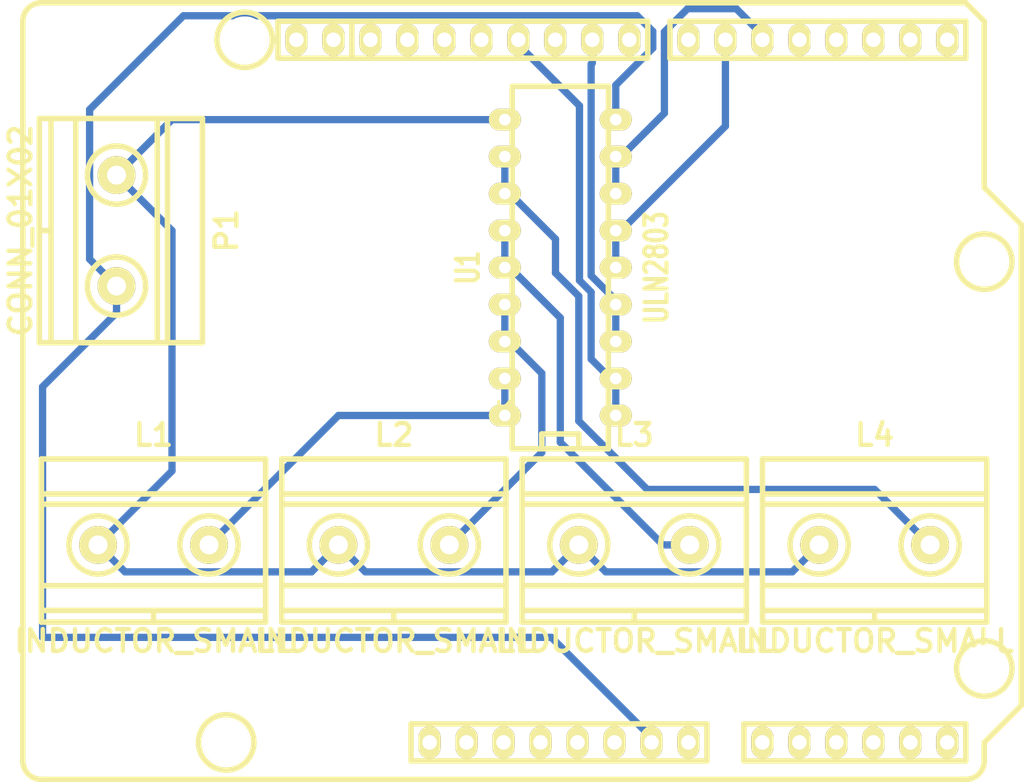
<source format=kicad_pcb>
(kicad_pcb (version 4) (host pcbnew 0.201505021002+5636~23~ubuntu14.04.1-product)

  (general
    (links 23)
    (no_connects 0)
    (area 107.620001 77.843099 184.551601 132.164101)
    (thickness 1.6)
    (drawings 0)
    (tracks 82)
    (zones 0)
    (modules 7)
    (nets 11)
  )

  (page A4)
  (layers
    (0 F.Cu signal)
    (31 B.Cu signal)
    (32 B.Adhes user)
    (33 F.Adhes user)
    (34 B.Paste user)
    (35 F.Paste user)
    (36 B.SilkS user)
    (37 F.SilkS user)
    (38 B.Mask user)
    (39 F.Mask user)
    (40 Dwgs.User user)
    (41 Cmts.User user)
    (42 Eco1.User user)
    (43 Eco2.User user)
    (44 Edge.Cuts user)
    (45 Margin user)
    (46 B.CrtYd user)
    (47 F.CrtYd user)
    (48 B.Fab user)
    (49 F.Fab user)
  )

  (setup
    (last_trace_width 0.5)
    (trace_clearance 0.3)
    (zone_clearance 0.508)
    (zone_45_only no)
    (trace_min 0.2)
    (segment_width 0.2)
    (edge_width 0.1)
    (via_size 1.2)
    (via_drill 0.8)
    (via_min_size 0.4)
    (via_min_drill 0.3)
    (uvia_size 1.2)
    (uvia_drill 0.8)
    (uvias_allowed no)
    (uvia_min_size 0.2)
    (uvia_min_drill 0.1)
    (pcb_text_width 0.3)
    (pcb_text_size 1.5 1.5)
    (mod_edge_width 0.15)
    (mod_text_size 1 1)
    (mod_text_width 0.15)
    (pad_size 2 2)
    (pad_drill 2)
    (pad_to_mask_clearance 0)
    (aux_axis_origin 0 0)
    (visible_elements 7FFFFFFF)
    (pcbplotparams
      (layerselection 0x00030_80000001)
      (usegerberextensions false)
      (excludeedgelayer true)
      (linewidth 0.100000)
      (plotframeref false)
      (viasonmask false)
      (mode 1)
      (useauxorigin false)
      (hpglpennumber 1)
      (hpglpenspeed 20)
      (hpglpendiameter 15)
      (hpglpenoverlay 2)
      (psnegative false)
      (psa4output false)
      (plotreference true)
      (plotvalue true)
      (plotinvisibletext false)
      (padsonsilk false)
      (subtractmaskfromsilk false)
      (outputformat 1)
      (mirror false)
      (drillshape 1)
      (scaleselection 1)
      (outputdirectory ""))
  )

  (net 0 "")
  (net 1 GND)
  (net 2 "Net-(J1-Pad20)")
  (net 3 "Net-(J1-Pad21)")
  (net 4 "Net-(J1-Pad24)")
  (net 5 "Net-(J1-Pad26)")
  (net 6 VCC)
  (net 7 "Net-(L1-Pad2)")
  (net 8 "Net-(L2-Pad2)")
  (net 9 "Net-(L3-Pad2)")
  (net 10 "Net-(L4-Pad2)")

  (net_class Default "Questo è il gruppo di collegamenti predefinito"
    (clearance 0.3)
    (trace_width 0.5)
    (via_dia 1.2)
    (via_drill 0.8)
    (uvia_dia 1.2)
    (uvia_drill 0.8)
    (add_net GND)
    (add_net "Net-(J1-Pad20)")
    (add_net "Net-(J1-Pad21)")
    (add_net "Net-(J1-Pad24)")
    (add_net "Net-(J1-Pad26)")
    (add_net "Net-(L1-Pad2)")
    (add_net "Net-(L2-Pad2)")
    (add_net "Net-(L3-Pad2)")
    (add_net "Net-(L4-Pad2)")
    (add_net VCC)
  )

  (module w_conn_misc:arduino_header (layer F.Cu) (tedit 0) (tstamp 55468DEF)
    (at 148.5011 105.0036)
    (descr "Arduino Header")
    (tags Arduino)
    (path /554689D2)
    (fp_text reference J1 (at 0 1.27) (layer F.SilkS)
      (effects (font (size 1.016 1.016) (thickness 0.2032)))
    )
    (fp_text value Arduino_Header (at 0 -1.27) (layer F.SilkS) hide
      (effects (font (size 1.016 0.889) (thickness 0.2032)))
    )
    (fp_line (start 31.75 -26.67) (end -31.75 -26.67) (layer F.SilkS) (width 0.381))
    (fp_line (start -31.75 26.67) (end 31.75 26.67) (layer F.SilkS) (width 0.381))
    (fp_line (start 35.56 21.59) (end 35.56 -11.43) (layer F.SilkS) (width 0.381))
    (fp_line (start 35.56 21.59) (end 33.02 24.13) (layer F.SilkS) (width 0.381))
    (fp_line (start 33.02 24.13) (end 33.02 25.4) (layer F.SilkS) (width 0.381))
    (fp_line (start 31.75 25.4) (end 16.51 25.4) (layer F.SilkS) (width 0.381))
    (fp_line (start 16.51 22.86) (end 31.75 22.86) (layer F.SilkS) (width 0.381))
    (fp_line (start 33.02 -25.4) (end 33.02 -13.97) (layer F.SilkS) (width 0.381))
    (fp_line (start 33.02 -13.97) (end 35.56 -11.43) (layer F.SilkS) (width 0.381))
    (fp_line (start 31.75 -26.67) (end 33.02 -25.4) (layer F.SilkS) (width 0.381))
    (fp_arc (start -31.75 -25.4) (end -33.02 -25.4) (angle 90) (layer F.SilkS) (width 0.381))
    (fp_line (start -33.02 25.4) (end -33.02 -25.4) (layer F.SilkS) (width 0.381))
    (fp_arc (start -31.75 25.4) (end -31.75 26.67) (angle 90) (layer F.SilkS) (width 0.381))
    (fp_arc (start 31.75 25.4) (end 33.02 25.4) (angle 90) (layer F.SilkS) (width 0.381))
    (fp_line (start -10.414 -25.4) (end -15.494 -25.4) (layer F.SilkS) (width 0.381))
    (fp_line (start -15.494 -25.4) (end -15.494 -22.86) (layer F.SilkS) (width 0.381))
    (fp_line (start -15.494 -22.86) (end -10.414 -22.86) (layer F.SilkS) (width 0.381))
    (fp_circle (center -17.78 -24.13) (end -15.875 -24.13) (layer F.SilkS) (width 0.381))
    (fp_circle (center 33.02 -8.89) (end 34.925 -8.89) (layer F.SilkS) (width 0.381))
    (fp_line (start 9.906 -22.86) (end -10.414 -22.86) (layer F.SilkS) (width 0.381))
    (fp_line (start -10.414 -22.86) (end -10.414 -25.4) (layer F.SilkS) (width 0.381))
    (fp_line (start 9.906 -22.86) (end 9.906 -25.4) (layer F.SilkS) (width 0.381))
    (fp_line (start 9.906 -25.4) (end -10.414 -25.4) (layer F.SilkS) (width 0.381))
    (fp_line (start 31.75 -25.4) (end 31.75 -22.86) (layer F.SilkS) (width 0.381))
    (fp_line (start 31.75 -22.86) (end 11.43 -22.86) (layer F.SilkS) (width 0.381))
    (fp_line (start 11.43 -22.86) (end 11.43 -25.4) (layer F.SilkS) (width 0.381))
    (fp_line (start 11.43 -25.4) (end 31.75 -25.4) (layer F.SilkS) (width 0.381))
    (fp_circle (center 33.02 19.05) (end 34.925 19.05) (layer F.SilkS) (width 0.381))
    (fp_circle (center -19.05 24.13) (end -17.145 24.13) (layer F.SilkS) (width 0.381))
    (fp_line (start -6.35 25.4) (end 13.97 25.4) (layer F.SilkS) (width 0.381))
    (fp_line (start 13.97 22.86) (end -6.35 22.86) (layer F.SilkS) (width 0.381))
    (fp_line (start 31.75 25.4) (end 31.75 22.86) (layer F.SilkS) (width 0.381))
    (fp_line (start 16.51 22.86) (end 16.51 25.4) (layer F.SilkS) (width 0.381))
    (fp_line (start 13.97 22.86) (end 13.97 25.4) (layer F.SilkS) (width 0.381))
    (fp_line (start -6.35 25.4) (end -6.35 22.86) (layer F.SilkS) (width 0.381))
    (pad 1 thru_hole oval (at -5.08 24.13) (size 1.524 2.19964) (drill 1.00076) (layers *.Cu *.Mask F.SilkS))
    (pad 2 thru_hole oval (at -2.54 24.13) (size 1.524 2.19964) (drill 1.00076) (layers *.Cu *.Mask F.SilkS))
    (pad 3 thru_hole oval (at 0 24.13) (size 1.524 2.19964) (drill 1.00076) (layers *.Cu *.Mask F.SilkS))
    (pad 4 thru_hole oval (at 2.54 24.13) (size 1.524 2.19964) (drill 1.00076) (layers *.Cu *.Mask F.SilkS))
    (pad 5 thru_hole oval (at 5.08 24.13) (size 1.524 2.19964) (drill 1.00076) (layers *.Cu *.Mask F.SilkS))
    (pad 6 thru_hole oval (at 7.62 24.13) (size 1.524 2.19964) (drill 1.00076) (layers *.Cu *.Mask F.SilkS))
    (pad 7 thru_hole oval (at 10.16 24.13) (size 1.524 2.19964) (drill 1.00076) (layers *.Cu *.Mask F.SilkS)
      (net 1 GND))
    (pad 8 thru_hole oval (at 12.7 24.13) (size 1.524 2.19964) (drill 1.00076) (layers *.Cu *.Mask F.SilkS))
    (pad 9 thru_hole oval (at 17.78 24.13) (size 1.524 2.19964) (drill 1.00076) (layers *.Cu *.Mask F.SilkS))
    (pad 10 thru_hole oval (at 20.32 24.13) (size 1.524 2.19964) (drill 1.00076) (layers *.Cu *.Mask F.SilkS))
    (pad 11 thru_hole oval (at 22.86 24.13) (size 1.524 2.19964) (drill 1.00076) (layers *.Cu *.Mask F.SilkS))
    (pad 12 thru_hole oval (at 25.4 24.13) (size 1.524 2.19964) (drill 1.00076) (layers *.Cu *.Mask F.SilkS))
    (pad 13 thru_hole oval (at 27.94 24.13) (size 1.524 2.19964) (drill 1.00076) (layers *.Cu *.Mask F.SilkS))
    (pad 14 thru_hole oval (at 30.48 24.13) (size 1.524 2.19964) (drill 1.00076) (layers *.Cu *.Mask F.SilkS))
    (pad "" np_thru_hole circle (at -19.05 24.13) (size 3.19786 3.19786) (drill 3.19786) (layers *.Cu *.Mask F.SilkS))
    (pad "" np_thru_hole circle (at 33.02 19.05) (size 3.19786 3.19786) (drill 3.19786) (layers *.Cu *.Mask F.SilkS))
    (pad 15 thru_hole oval (at 30.48 -24.13) (size 1.524 2.1971) (drill 0.99822) (layers *.Cu *.Mask F.SilkS))
    (pad 16 thru_hole oval (at 27.94 -24.13) (size 1.524 2.1971) (drill 0.99822) (layers *.Cu *.Mask F.SilkS))
    (pad 17 thru_hole oval (at 25.4 -24.13) (size 1.524 2.1971) (drill 0.99822) (layers *.Cu *.Mask F.SilkS))
    (pad 18 thru_hole oval (at 22.86 -24.13) (size 1.524 2.1971) (drill 0.99822) (layers *.Cu *.Mask F.SilkS))
    (pad 19 thru_hole oval (at 20.32 -24.13) (size 1.524 2.1971) (drill 0.99822) (layers *.Cu *.Mask F.SilkS))
    (pad 20 thru_hole oval (at 17.78 -24.13) (size 1.524 2.1971) (drill 0.99822) (layers *.Cu *.Mask F.SilkS)
      (net 2 "Net-(J1-Pad20)"))
    (pad 21 thru_hole oval (at 15.24 -24.13) (size 1.524 2.1971) (drill 0.99822) (layers *.Cu *.Mask F.SilkS)
      (net 3 "Net-(J1-Pad21)"))
    (pad 22 thru_hole oval (at 12.7 -24.13) (size 1.524 2.1971) (drill 0.99822) (layers *.Cu *.Mask F.SilkS))
    (pad 23 thru_hole oval (at 8.636 -24.13) (size 1.524 2.1971) (drill 0.99822) (layers *.Cu *.Mask F.SilkS))
    (pad 24 thru_hole oval (at 6.096 -24.13) (size 1.524 2.1971) (drill 0.99822) (layers *.Cu *.Mask F.SilkS)
      (net 4 "Net-(J1-Pad24)"))
    (pad 25 thru_hole oval (at 3.556 -24.13) (size 1.524 2.1971) (drill 0.99822) (layers *.Cu *.Mask F.SilkS))
    (pad 26 thru_hole oval (at 1.016 -24.13) (size 1.524 2.1971) (drill 0.99822) (layers *.Cu *.Mask F.SilkS)
      (net 5 "Net-(J1-Pad26)"))
    (pad 27 thru_hole oval (at -1.524 -24.13) (size 1.524 2.1971) (drill 0.99822) (layers *.Cu *.Mask F.SilkS))
    (pad 28 thru_hole oval (at -4.064 -24.13) (size 1.524 2.1971) (drill 0.99822) (layers *.Cu *.Mask F.SilkS))
    (pad 29 thru_hole oval (at -6.604 -24.13) (size 1.524 2.1971) (drill 0.99822) (layers *.Cu *.Mask F.SilkS))
    (pad 30 thru_hole oval (at -9.14146 -24.13) (size 1.524 2.1971) (drill 0.99822) (layers *.Cu *.Mask F.SilkS))
    (pad "" np_thru_hole circle (at -17.78 -24.13) (size 3.19786 3.19786) (drill 3.19786) (layers *.Cu *.Mask F.SilkS))
    (pad 31 thru_hole oval (at -11.684 -24.13) (size 1.524 2.1971) (drill 0.99822) (layers *.Cu *.Mask F.SilkS))
    (pad 32 thru_hole oval (at -14.224 -24.13) (size 1.524 2.1971) (drill 0.99822) (layers *.Cu *.Mask F.SilkS))
    (pad "" np_thru_hole circle (at 33.02 -8.89) (size 3.19786 3.19786) (drill 3.19786) (layers *.Cu *.Mask F.SilkS))
    (model walter/conn_misc/arduino_header.wrl
      (at (xyz 0 0 0))
      (scale (xyz 1 1 1))
      (rotate (xyz 0 0 0))
    )
  )

  (module w_conn_gmkds:gmkds_3-2-7,62 (layer F.Cu) (tedit 0) (tstamp 55468DF5)
    (at 124.46 115.57)
    (descr "2-way 7,62mm pitch terminal block, Phoenix GMKDS series")
    (path /5546934B)
    (fp_text reference L1 (at 0 -7.55) (layer F.SilkS)
      (effects (font (size 1.5 1.5) (thickness 0.3)))
    )
    (fp_text value INDUCTOR_SMALL (at 0 6.6) (layer F.SilkS)
      (effects (font (size 1.5 1.5) (thickness 0.3)))
    )
    (fp_line (start -7.7 -3.5) (end 7.7 -3.5) (layer F.SilkS) (width 0.381))
    (fp_line (start 0 4.5) (end 0 5.3) (layer F.SilkS) (width 0.381))
    (fp_circle (center 3.81 0) (end 1.81 0) (layer F.SilkS) (width 0.381))
    (fp_circle (center -3.81 0) (end -1.81 0) (layer F.SilkS) (width 0.381))
    (fp_line (start -7.7 2.8) (end 7.7 2.8) (layer F.SilkS) (width 0.381))
    (fp_line (start -7.7 -2.8) (end 7.7 -2.8) (layer F.SilkS) (width 0.381))
    (fp_line (start -7.7 4.5) (end 7.7 4.5) (layer F.SilkS) (width 0.381))
    (fp_line (start -7.7 5.3) (end 7.7 5.3) (layer F.SilkS) (width 0.381))
    (fp_line (start 7.7 -5.9) (end 7.7 5.3) (layer F.SilkS) (width 0.381))
    (fp_line (start -7.7 -5.9) (end 7.7 -5.9) (layer F.SilkS) (width 0.381))
    (fp_line (start -7.7 -5.9) (end -7.7 5.3) (layer F.SilkS) (width 0.381))
    (pad 1 thru_hole circle (at -3.81 0) (size 2.6 2.6) (drill 1.3) (layers *.Cu *.Mask F.SilkS)
      (net 6 VCC))
    (pad 2 thru_hole circle (at 3.81 0) (size 2.6 2.6) (drill 1.3) (layers *.Cu *.Mask F.SilkS)
      (net 7 "Net-(L1-Pad2)"))
    (model walter/conn_gmkds/gmkds_3-2-7,62.wrl
      (at (xyz 0 0 0))
      (scale (xyz 1 1 1))
      (rotate (xyz 0 0 0))
    )
  )

  (module w_conn_gmkds:gmkds_3-2-7,62 (layer F.Cu) (tedit 0) (tstamp 55468DFB)
    (at 140.97 115.57)
    (descr "2-way 7,62mm pitch terminal block, Phoenix GMKDS series")
    (path /554693CB)
    (fp_text reference L2 (at 0 -7.55) (layer F.SilkS)
      (effects (font (size 1.5 1.5) (thickness 0.3)))
    )
    (fp_text value INDUCTOR_SMALL (at 0 6.6) (layer F.SilkS)
      (effects (font (size 1.5 1.5) (thickness 0.3)))
    )
    (fp_line (start -7.7 -3.5) (end 7.7 -3.5) (layer F.SilkS) (width 0.381))
    (fp_line (start 0 4.5) (end 0 5.3) (layer F.SilkS) (width 0.381))
    (fp_circle (center 3.81 0) (end 1.81 0) (layer F.SilkS) (width 0.381))
    (fp_circle (center -3.81 0) (end -1.81 0) (layer F.SilkS) (width 0.381))
    (fp_line (start -7.7 2.8) (end 7.7 2.8) (layer F.SilkS) (width 0.381))
    (fp_line (start -7.7 -2.8) (end 7.7 -2.8) (layer F.SilkS) (width 0.381))
    (fp_line (start -7.7 4.5) (end 7.7 4.5) (layer F.SilkS) (width 0.381))
    (fp_line (start -7.7 5.3) (end 7.7 5.3) (layer F.SilkS) (width 0.381))
    (fp_line (start 7.7 -5.9) (end 7.7 5.3) (layer F.SilkS) (width 0.381))
    (fp_line (start -7.7 -5.9) (end 7.7 -5.9) (layer F.SilkS) (width 0.381))
    (fp_line (start -7.7 -5.9) (end -7.7 5.3) (layer F.SilkS) (width 0.381))
    (pad 1 thru_hole circle (at -3.81 0) (size 2.6 2.6) (drill 1.3) (layers *.Cu *.Mask F.SilkS)
      (net 6 VCC))
    (pad 2 thru_hole circle (at 3.81 0) (size 2.6 2.6) (drill 1.3) (layers *.Cu *.Mask F.SilkS)
      (net 8 "Net-(L2-Pad2)"))
    (model walter/conn_gmkds/gmkds_3-2-7,62.wrl
      (at (xyz 0 0 0))
      (scale (xyz 1 1 1))
      (rotate (xyz 0 0 0))
    )
  )

  (module w_conn_gmkds:gmkds_3-2-7,62 (layer F.Cu) (tedit 0) (tstamp 55468E01)
    (at 157.48 115.57)
    (descr "2-way 7,62mm pitch terminal block, Phoenix GMKDS series")
    (path /5546944C)
    (fp_text reference L3 (at 0 -7.55) (layer F.SilkS)
      (effects (font (size 1.5 1.5) (thickness 0.3)))
    )
    (fp_text value INDUCTOR_SMALL (at 0 6.6) (layer F.SilkS)
      (effects (font (size 1.5 1.5) (thickness 0.3)))
    )
    (fp_line (start -7.7 -3.5) (end 7.7 -3.5) (layer F.SilkS) (width 0.381))
    (fp_line (start 0 4.5) (end 0 5.3) (layer F.SilkS) (width 0.381))
    (fp_circle (center 3.81 0) (end 1.81 0) (layer F.SilkS) (width 0.381))
    (fp_circle (center -3.81 0) (end -1.81 0) (layer F.SilkS) (width 0.381))
    (fp_line (start -7.7 2.8) (end 7.7 2.8) (layer F.SilkS) (width 0.381))
    (fp_line (start -7.7 -2.8) (end 7.7 -2.8) (layer F.SilkS) (width 0.381))
    (fp_line (start -7.7 4.5) (end 7.7 4.5) (layer F.SilkS) (width 0.381))
    (fp_line (start -7.7 5.3) (end 7.7 5.3) (layer F.SilkS) (width 0.381))
    (fp_line (start 7.7 -5.9) (end 7.7 5.3) (layer F.SilkS) (width 0.381))
    (fp_line (start -7.7 -5.9) (end 7.7 -5.9) (layer F.SilkS) (width 0.381))
    (fp_line (start -7.7 -5.9) (end -7.7 5.3) (layer F.SilkS) (width 0.381))
    (pad 1 thru_hole circle (at -3.81 0) (size 2.6 2.6) (drill 1.3) (layers *.Cu *.Mask F.SilkS)
      (net 6 VCC))
    (pad 2 thru_hole circle (at 3.81 0) (size 2.6 2.6) (drill 1.3) (layers *.Cu *.Mask F.SilkS)
      (net 9 "Net-(L3-Pad2)"))
    (model walter/conn_gmkds/gmkds_3-2-7,62.wrl
      (at (xyz 0 0 0))
      (scale (xyz 1 1 1))
      (rotate (xyz 0 0 0))
    )
  )

  (module w_conn_gmkds:gmkds_3-2-7,62 (layer F.Cu) (tedit 0) (tstamp 55468E07)
    (at 173.99 115.57)
    (descr "2-way 7,62mm pitch terminal block, Phoenix GMKDS series")
    (path /55469476)
    (fp_text reference L4 (at 0 -7.55) (layer F.SilkS)
      (effects (font (size 1.5 1.5) (thickness 0.3)))
    )
    (fp_text value INDUCTOR_SMALL (at 0 6.6) (layer F.SilkS)
      (effects (font (size 1.5 1.5) (thickness 0.3)))
    )
    (fp_line (start -7.7 -3.5) (end 7.7 -3.5) (layer F.SilkS) (width 0.381))
    (fp_line (start 0 4.5) (end 0 5.3) (layer F.SilkS) (width 0.381))
    (fp_circle (center 3.81 0) (end 1.81 0) (layer F.SilkS) (width 0.381))
    (fp_circle (center -3.81 0) (end -1.81 0) (layer F.SilkS) (width 0.381))
    (fp_line (start -7.7 2.8) (end 7.7 2.8) (layer F.SilkS) (width 0.381))
    (fp_line (start -7.7 -2.8) (end 7.7 -2.8) (layer F.SilkS) (width 0.381))
    (fp_line (start -7.7 4.5) (end 7.7 4.5) (layer F.SilkS) (width 0.381))
    (fp_line (start -7.7 5.3) (end 7.7 5.3) (layer F.SilkS) (width 0.381))
    (fp_line (start 7.7 -5.9) (end 7.7 5.3) (layer F.SilkS) (width 0.381))
    (fp_line (start -7.7 -5.9) (end 7.7 -5.9) (layer F.SilkS) (width 0.381))
    (fp_line (start -7.7 -5.9) (end -7.7 5.3) (layer F.SilkS) (width 0.381))
    (pad 1 thru_hole circle (at -3.81 0) (size 2.6 2.6) (drill 1.3) (layers *.Cu *.Mask F.SilkS)
      (net 6 VCC))
    (pad 2 thru_hole circle (at 3.81 0) (size 2.6 2.6) (drill 1.3) (layers *.Cu *.Mask F.SilkS)
      (net 10 "Net-(L4-Pad2)"))
    (model walter/conn_gmkds/gmkds_3-2-7,62.wrl
      (at (xyz 0 0 0))
      (scale (xyz 1 1 1))
      (rotate (xyz 0 0 0))
    )
  )

  (module w_conn_gmkds:gmkds_3-2-7,62 (layer F.Cu) (tedit 0) (tstamp 55468F38)
    (at 121.92 93.98 270)
    (descr "2-way 7,62mm pitch terminal block, Phoenix GMKDS series")
    (path /55469CC4)
    (fp_text reference P1 (at 0 -7.55 270) (layer F.SilkS)
      (effects (font (size 1.5 1.5) (thickness 0.3)))
    )
    (fp_text value CONN_01X02 (at 0 6.6 270) (layer F.SilkS)
      (effects (font (size 1.5 1.5) (thickness 0.3)))
    )
    (fp_line (start -7.7 -3.5) (end 7.7 -3.5) (layer F.SilkS) (width 0.381))
    (fp_line (start 0 4.5) (end 0 5.3) (layer F.SilkS) (width 0.381))
    (fp_circle (center 3.81 0) (end 1.81 0) (layer F.SilkS) (width 0.381))
    (fp_circle (center -3.81 0) (end -1.81 0) (layer F.SilkS) (width 0.381))
    (fp_line (start -7.7 2.8) (end 7.7 2.8) (layer F.SilkS) (width 0.381))
    (fp_line (start -7.7 -2.8) (end 7.7 -2.8) (layer F.SilkS) (width 0.381))
    (fp_line (start -7.7 4.5) (end 7.7 4.5) (layer F.SilkS) (width 0.381))
    (fp_line (start -7.7 5.3) (end 7.7 5.3) (layer F.SilkS) (width 0.381))
    (fp_line (start 7.7 -5.9) (end 7.7 5.3) (layer F.SilkS) (width 0.381))
    (fp_line (start -7.7 -5.9) (end 7.7 -5.9) (layer F.SilkS) (width 0.381))
    (fp_line (start -7.7 -5.9) (end -7.7 5.3) (layer F.SilkS) (width 0.381))
    (pad 1 thru_hole circle (at -3.81 0 270) (size 2.6 2.6) (drill 1.3) (layers *.Cu *.Mask F.SilkS)
      (net 6 VCC))
    (pad 2 thru_hole circle (at 3.81 0 270) (size 2.6 2.6) (drill 1.3) (layers *.Cu *.Mask F.SilkS)
      (net 1 GND))
    (model walter/conn_gmkds/gmkds_3-2-7,62.wrl
      (at (xyz 0 0 0))
      (scale (xyz 1 1 1))
      (rotate (xyz 0 0 0))
    )
  )

  (module w_pth_circuits:dil_18-300 (layer F.Cu) (tedit 0) (tstamp 554693A1)
    (at 152.4 96.52 90)
    (descr "IC, DIL18 x 0,3\"")
    (tags DIL)
    (path /55468A7B)
    (fp_text reference U1 (at 0 -6.35 90) (layer F.SilkS)
      (effects (font (size 1.524 1.143) (thickness 0.28702)))
    )
    (fp_text value ULN2803 (at 0 6.604 90) (layer F.SilkS)
      (effects (font (size 1.524 1.143) (thickness 0.28702)))
    )
    (fp_line (start -11.43 -1.27) (end -11.43 1.27) (layer F.SilkS) (width 0.381))
    (fp_line (start -12.446 3.302) (end 12.446 3.302) (layer F.SilkS) (width 0.381))
    (fp_line (start -12.446 -3.302) (end 12.446 -3.302) (layer F.SilkS) (width 0.381))
    (fp_line (start -11.43 1.27) (end -12.446 1.27) (layer F.SilkS) (width 0.381))
    (fp_line (start -11.43 -1.27) (end -12.446 -1.27) (layer F.SilkS) (width 0.381))
    (fp_line (start 12.446 -3.302) (end 12.446 3.302) (layer F.SilkS) (width 0.381))
    (fp_line (start -12.446 3.302) (end -12.446 -3.302) (layer F.SilkS) (width 0.381))
    (pad 1 thru_hole oval (at -10.16 3.81 90) (size 1.50114 2.19964) (drill 0.8001) (layers *.Cu *.Mask F.SilkS)
      (net 5 "Net-(J1-Pad26)"))
    (pad 2 thru_hole oval (at -7.62 3.81 90) (size 1.50114 2.19964) (drill 0.8001) (layers *.Cu *.Mask F.SilkS)
      (net 5 "Net-(J1-Pad26)"))
    (pad 3 thru_hole oval (at -5.08 3.81 90) (size 1.50114 2.19964) (drill 0.8001) (layers *.Cu *.Mask F.SilkS)
      (net 4 "Net-(J1-Pad24)"))
    (pad 4 thru_hole oval (at -2.54 3.81 90) (size 1.50114 2.19964) (drill 0.8001) (layers *.Cu *.Mask F.SilkS)
      (net 4 "Net-(J1-Pad24)"))
    (pad 5 thru_hole oval (at 0 3.81 90) (size 1.50114 2.19964) (drill 0.8001) (layers *.Cu *.Mask F.SilkS)
      (net 3 "Net-(J1-Pad21)"))
    (pad 6 thru_hole oval (at 2.54 3.81 90) (size 1.50114 2.19964) (drill 0.8001) (layers *.Cu *.Mask F.SilkS)
      (net 3 "Net-(J1-Pad21)"))
    (pad 7 thru_hole oval (at 5.08 3.81 90) (size 1.50114 2.19964) (drill 0.8001) (layers *.Cu *.Mask F.SilkS)
      (net 2 "Net-(J1-Pad20)"))
    (pad 8 thru_hole oval (at 7.62 3.81 90) (size 1.50114 2.19964) (drill 0.8001) (layers *.Cu *.Mask F.SilkS)
      (net 2 "Net-(J1-Pad20)"))
    (pad 9 thru_hole oval (at 10.16 3.81 90) (size 1.50114 2.19964) (drill 0.8001) (layers *.Cu *.Mask F.SilkS)
      (net 1 GND))
    (pad 10 thru_hole oval (at 10.16 -3.81 90) (size 1.50114 2.19964) (drill 0.8001) (layers *.Cu *.Mask F.SilkS)
      (net 6 VCC))
    (pad 11 thru_hole oval (at 7.62 -3.81 90) (size 1.50114 2.19964) (drill 0.8001) (layers *.Cu *.Mask F.SilkS)
      (net 10 "Net-(L4-Pad2)"))
    (pad 12 thru_hole oval (at 5.08 -3.81 90) (size 1.50114 2.19964) (drill 0.8001) (layers *.Cu *.Mask F.SilkS)
      (net 10 "Net-(L4-Pad2)"))
    (pad 13 thru_hole oval (at 2.54 -3.81 90) (size 1.50114 2.19964) (drill 0.8001) (layers *.Cu *.Mask F.SilkS)
      (net 9 "Net-(L3-Pad2)"))
    (pad 14 thru_hole oval (at 0 -3.81 90) (size 1.50114 2.19964) (drill 0.8001) (layers *.Cu *.Mask F.SilkS)
      (net 9 "Net-(L3-Pad2)"))
    (pad 15 thru_hole oval (at -2.54 -3.81 90) (size 1.50114 2.19964) (drill 0.8001) (layers *.Cu *.Mask F.SilkS)
      (net 8 "Net-(L2-Pad2)"))
    (pad 16 thru_hole oval (at -5.08 -3.81 90) (size 1.50114 2.19964) (drill 0.8001) (layers *.Cu *.Mask F.SilkS)
      (net 8 "Net-(L2-Pad2)"))
    (pad 17 thru_hole oval (at -7.62 -3.81 90) (size 1.50114 2.19964) (drill 0.8001) (layers *.Cu *.Mask F.SilkS)
      (net 7 "Net-(L1-Pad2)"))
    (pad 18 thru_hole oval (at -10.16 -3.81 90) (size 1.50114 2.19964) (drill 0.8001) (layers *.Cu *.Mask F.SilkS)
      (net 7 "Net-(L1-Pad2)"))
    (model walter/pth_circuits/dil_18-300.wrl
      (at (xyz 0 0 0))
      (scale (xyz 1 1 1))
      (rotate (xyz 0 0 0))
    )
  )

  (segment (start 121.92 99.628477) (end 116.84 104.708477) (width 0.5) (layer B.Cu) (net 1))
  (segment (start 121.92 97.79) (end 121.92 99.628477) (width 0.5) (layer B.Cu) (net 1))
  (segment (start 116.84 104.708477) (end 116.84 121.92) (width 0.5) (layer B.Cu) (net 1))
  (segment (start 158.6611 128.79578) (end 158.6611 129.1336) (width 0.5) (layer B.Cu) (net 1))
  (segment (start 151.78532 121.92) (end 158.6611 128.79578) (width 0.5) (layer B.Cu) (net 1))
  (segment (start 116.84 121.92) (end 151.78532 121.92) (width 0.5) (layer B.Cu) (net 1))
  (segment (start 156.21 83.992712) (end 158.75 81.452712) (width 0.5) (layer B.Cu) (net 1))
  (segment (start 156.21 86.36) (end 156.21 83.992712) (width 0.5) (layer B.Cu) (net 1))
  (segment (start 157.680552 79.22504) (end 126.51496 79.22504) (width 0.5) (layer B.Cu) (net 1))
  (segment (start 158.75 80.294488) (end 157.680552 79.22504) (width 0.5) (layer B.Cu) (net 1))
  (segment (start 158.75 81.452712) (end 158.75 80.294488) (width 0.5) (layer B.Cu) (net 1))
  (segment (start 120.620001 96.490001) (end 121.92 97.79) (width 0.5) (layer B.Cu) (net 1))
  (segment (start 120.069999 95.939999) (end 120.620001 96.490001) (width 0.5) (layer B.Cu) (net 1))
  (segment (start 120.069999 85.670001) (end 120.069999 95.939999) (width 0.5) (layer B.Cu) (net 1))
  (segment (start 126.51496 79.22504) (end 120.069999 85.670001) (width 0.5) (layer B.Cu) (net 1))
  (segment (start 156.21 88.9) (end 156.21 91.44) (width 0.5) (layer B.Cu) (net 2))
  (segment (start 156.5656 88.9) (end 156.21 88.9) (width 0.5) (layer B.Cu) (net 2))
  (segment (start 159.55001 85.91559) (end 156.5656 88.9) (width 0.5) (layer B.Cu) (net 2))
  (segment (start 166.2811 80.8736) (end 166.2811 80.53705) (width 0.5) (layer B.Cu) (net 2))
  (segment (start 166.2811 80.53705) (end 164.48405 78.74) (width 0.5) (layer B.Cu) (net 2))
  (segment (start 164.48405 78.74) (end 161.142688 78.74) (width 0.5) (layer B.Cu) (net 2))
  (segment (start 161.142688 78.74) (end 159.55001 80.332678) (width 0.5) (layer B.Cu) (net 2))
  (segment (start 159.55001 80.332678) (end 159.55001 85.91559) (width 0.5) (layer B.Cu) (net 2))
  (segment (start 156.5656 93.98) (end 156.21 93.98) (width 0.5) (layer B.Cu) (net 3))
  (segment (start 163.7411 86.8045) (end 156.5656 93.98) (width 0.5) (layer B.Cu) (net 3))
  (segment (start 163.7411 80.8736) (end 163.7411 86.8045) (width 0.5) (layer B.Cu) (net 3))
  (segment (start 156.21 93.98) (end 156.21 96.52) (width 0.5) (layer B.Cu) (net 3))
  (segment (start 154.5971 82.47215) (end 154.5971 80.8736) (width 0.5) (layer B.Cu) (net 4))
  (segment (start 154.51699 97.073973) (end 154.51699 82.55226) (width 0.5) (layer B.Cu) (net 4))
  (segment (start 156.21 98.766983) (end 154.51699 97.073973) (width 0.5) (layer B.Cu) (net 4))
  (segment (start 154.51699 82.55226) (end 154.5971 82.47215) (width 0.5) (layer B.Cu) (net 4))
  (segment (start 156.21 99.06) (end 156.21 98.766983) (width 0.5) (layer B.Cu) (net 4))
  (segment (start 156.21 99.06) (end 156.21 101.6) (width 0.5) (layer B.Cu) (net 4))
  (segment (start 156.21 106.68) (end 156.21 104.14) (width 0.5) (layer B.Cu) (net 5))
  (segment (start 149.5171 81.21015) (end 153.71698 85.41003) (width 0.5) (layer B.Cu) (net 5))
  (segment (start 153.71698 97.405347) (end 154.51699 98.205357) (width 0.5) (layer B.Cu) (net 5))
  (segment (start 154.51699 98.205357) (end 154.51699 102.80259) (width 0.5) (layer B.Cu) (net 5))
  (segment (start 154.51699 102.80259) (end 155.8544 104.14) (width 0.5) (layer B.Cu) (net 5))
  (segment (start 149.5171 80.8736) (end 149.5171 81.21015) (width 0.5) (layer B.Cu) (net 5))
  (segment (start 153.71698 85.41003) (end 153.71698 97.405347) (width 0.5) (layer B.Cu) (net 5))
  (segment (start 155.8544 104.14) (end 156.21 104.14) (width 0.5) (layer B.Cu) (net 5))
  (segment (start 125.73 86.36) (end 121.92 90.17) (width 0.5) (layer B.Cu) (net 6) (tstamp 554691D9))
  (segment (start 148.59 86.36) (end 125.73 86.36) (width 0.5) (layer B.Cu) (net 6))
  (segment (start 121.92 90.17) (end 125.73 93.98) (width 0.5) (layer B.Cu) (net 6))
  (segment (start 125.73 110.49) (end 120.65 115.57) (width 0.5) (layer B.Cu) (net 6))
  (segment (start 125.73 93.98) (end 125.73 110.49) (width 0.5) (layer B.Cu) (net 6))
  (segment (start 135.860001 116.869999) (end 137.16 115.57) (width 0.5) (layer B.Cu) (net 6))
  (segment (start 135.309999 117.420001) (end 135.860001 116.869999) (width 0.5) (layer B.Cu) (net 6))
  (segment (start 122.500001 117.420001) (end 135.309999 117.420001) (width 0.5) (layer B.Cu) (net 6))
  (segment (start 120.65 115.57) (end 122.500001 117.420001) (width 0.5) (layer B.Cu) (net 6))
  (segment (start 152.370001 116.869999) (end 153.67 115.57) (width 0.5) (layer B.Cu) (net 6))
  (segment (start 151.819999 117.420001) (end 152.370001 116.869999) (width 0.5) (layer B.Cu) (net 6))
  (segment (start 139.010001 117.420001) (end 151.819999 117.420001) (width 0.5) (layer B.Cu) (net 6))
  (segment (start 137.16 115.57) (end 139.010001 117.420001) (width 0.5) (layer B.Cu) (net 6))
  (segment (start 168.880001 116.869999) (end 170.18 115.57) (width 0.5) (layer B.Cu) (net 6))
  (segment (start 168.329999 117.420001) (end 168.880001 116.869999) (width 0.5) (layer B.Cu) (net 6))
  (segment (start 155.520001 117.420001) (end 168.329999 117.420001) (width 0.5) (layer B.Cu) (net 6))
  (segment (start 153.67 115.57) (end 155.520001 117.420001) (width 0.5) (layer B.Cu) (net 6))
  (segment (start 137.16 106.68) (end 128.27 115.57) (width 0.5) (layer B.Cu) (net 7))
  (segment (start 148.59 106.68) (end 137.16 106.68) (width 0.5) (layer B.Cu) (net 7))
  (segment (start 148.59 104.14) (end 148.59 106.68) (width 0.5) (layer B.Cu) (net 7))
  (segment (start 148.9456 101.6) (end 148.59 101.6) (width 0.5) (layer B.Cu) (net 8))
  (segment (start 151.13 103.7844) (end 148.9456 101.6) (width 0.5) (layer B.Cu) (net 8))
  (segment (start 151.13 109.22) (end 151.13 103.7844) (width 0.5) (layer B.Cu) (net 8))
  (segment (start 144.78 115.57) (end 151.13 109.22) (width 0.5) (layer B.Cu) (net 8))
  (segment (start 148.59 101.6) (end 148.59 99.06) (width 0.5) (layer B.Cu) (net 8))
  (segment (start 148.59 96.52) (end 148.59 93.98) (width 0.5) (layer B.Cu) (net 9))
  (segment (start 148.9456 96.52) (end 152.4 99.9744) (width 0.5) (layer B.Cu) (net 9))
  (segment (start 152.4 108.518477) (end 159.451523 115.57) (width 0.5) (layer B.Cu) (net 9))
  (segment (start 148.59 96.52) (end 148.9456 96.52) (width 0.5) (layer B.Cu) (net 9))
  (segment (start 152.4 99.9744) (end 152.4 108.518477) (width 0.5) (layer B.Cu) (net 9))
  (segment (start 159.451523 115.57) (end 161.29 115.57) (width 0.5) (layer B.Cu) (net 9))
  (segment (start 148.59 91.44) (end 148.59 88.9) (width 0.5) (layer B.Cu) (net 10))
  (segment (start 173.99 111.76) (end 176.500001 114.270001) (width 0.5) (layer B.Cu) (net 10))
  (segment (start 148.59 91.44) (end 148.9456 91.44) (width 0.5) (layer B.Cu) (net 10))
  (segment (start 148.9456 91.44) (end 152.06998 94.56438) (width 0.5) (layer B.Cu) (net 10))
  (segment (start 153.67 98.489751) (end 153.67 107.060402) (width 0.5) (layer B.Cu) (net 10))
  (segment (start 153.67 107.060402) (end 158.369598 111.76) (width 0.5) (layer B.Cu) (net 10))
  (segment (start 152.06998 96.889731) (end 153.67 98.489751) (width 0.5) (layer B.Cu) (net 10))
  (segment (start 176.500001 114.270001) (end 177.8 115.57) (width 0.5) (layer B.Cu) (net 10))
  (segment (start 152.06998 94.56438) (end 152.06998 96.889731) (width 0.5) (layer B.Cu) (net 10))
  (segment (start 158.369598 111.76) (end 173.99 111.76) (width 0.5) (layer B.Cu) (net 10))

)

</source>
